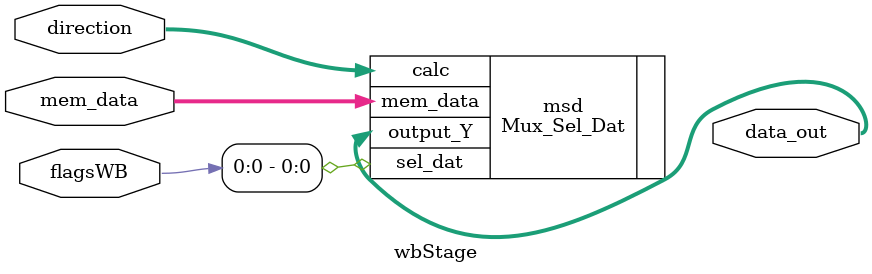
<source format=v>
module wbStage(
	input [1:0] flagsWB,
	input [31:0] mem_data,
	input [31:0] direction,
	output [31:0] data_out
);

	Mux_Sel_Dat msd(
		.mem_data(mem_data),
		.calc(direction),
		.sel_dat(flagsWB[0]),
		.output_Y(data_out)
	);

endmodule
</source>
